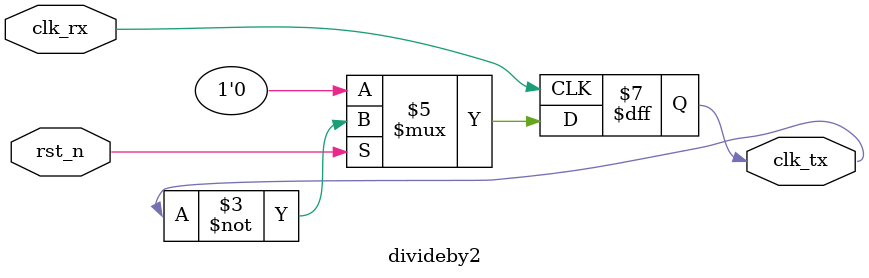
<source format=v>
module divideby2 (
  input      rst_n,
  input      clk_rx,
  output reg clk_tx
);

always @ (posedge clk_rx) begin
  if (~rst_n) begin
    clk_tx <= 1'b0;
  end
  else begin
    clk_tx <= ~clk_tx;
  end
end

endmodule

	// integer count = 0;
	// always @(posedge clk or negedge clk) begin
	// 	if (count == 3)
	// 		q <= 1;
	// 	else if (count == 6) begin
	//     	q <= 0;
	//     	count = 0;
	// 	end
	// 	else if (count == 0)
	// 		q <= 0;
	// 	count = count + 1;
	// end
</source>
